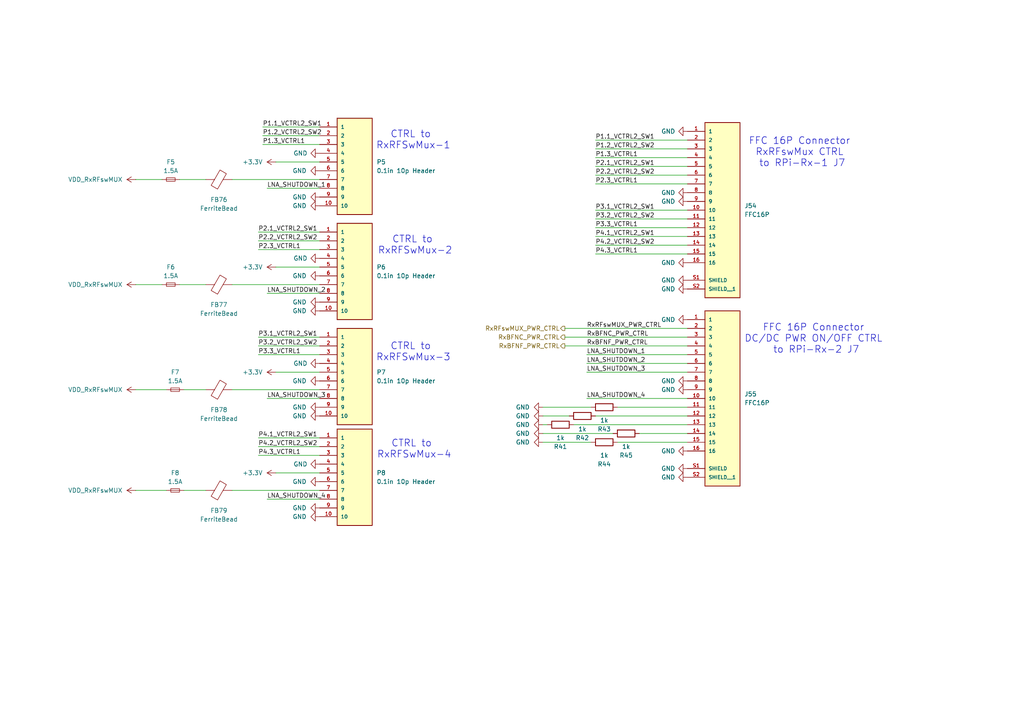
<source format=kicad_sch>
(kicad_sch (version 20231120) (generator "eeschema") (generator_version "8.0")
  (paper "A4")
  (title_block (title "PWR SPLY & Ctrl Connectors for RxRFswMUX & RPi HATs") (date "2024-04-04") (rev "1.0"))
  (lib_symbols
    (symbol "+3.3V_1" (power) (pin_numbers hide) (pin_names (offset 0) hide)
      (property "Value" "+3.3V" (at 0 3.556 0))
      (symbol "+3.3V_1_0_1"
        (polyline (pts (xy -0.762 1.27) (xy 0 2.54)))
        (polyline (pts (xy 0 0) (xy 0 2.54)))
        (polyline (pts (xy 0 2.54) (xy 0.762 1.27)))
      )
      (symbol "+3.3V_1_1_1"
        (pin power_in line (at 0 0 90) (length 0) hide (name "+3.3V") (number "1"))
      )
    )
    (symbol "BCRL_power_supply:5034801600" (pin_names (offset 1.016))
      (property "Reference" "J" (at -5.08 24.13 0))
      (property "Value" "5034801600" (at -5.08 -30.48 0))
      (symbol "5034801600_0_0"
        (rectangle (start -5.08 -27.94) (end 5.08 22.86) (stroke (width 0.254)) (fill (type background)))
        (pin passive line (at -10.16 20.32 0) (length 5.08) (name "1") (number "1"))
        (pin passive line (at -10.16 -2.54 0) (length 5.08) (name "10") (number "10"))
        (pin passive line (at -10.16 -5.08 0) (length 5.08) (name "11") (number "11"))
        (pin passive line (at -10.16 -7.62 0) (length 5.08) (name "12") (number "12"))
        (pin passive line (at -10.16 -10.16 0) (length 5.08) (name "13") (number "13"))
        (pin passive line (at -10.16 -12.7 0) (length 5.08) (name "14") (number "14"))
        (pin passive line (at -10.16 -15.24 0) (length 5.08) (name "15") (number "15"))
        (pin passive line (at -10.16 -17.78 0) (length 5.08) (name "16") (number "16"))
        (pin passive line (at -10.16 17.78 0) (length 5.08) (name "2") (number "2"))
        (pin passive line (at -10.16 15.24 0) (length 5.08) (name "3") (number "3"))
        (pin passive line (at -10.16 12.7 0) (length 5.08) (name "4") (number "4"))
        (pin passive line (at -10.16 10.16 0) (length 5.08) (name "5") (number "5"))
        (pin passive line (at -10.16 7.62 0) (length 5.08) (name "6") (number "6"))
        (pin passive line (at -10.16 5.08 0) (length 5.08) (name "7") (number "7"))
        (pin passive line (at -10.16 2.54 0) (length 5.08) (name "8") (number "8"))
        (pin passive line (at -10.16 0 0) (length 5.08) (name "9") (number "9"))
        (pin passive line (at -10.16 -22.86 0) (length 5.08) (name "SHIELD") (number "S1"))
        (pin passive line (at -10.16 -25.4 0) (length 5.08) (name "SHIELD__1") (number "S2"))
      )
    )
    (symbol "BCRL_power_supply:5104338-1" (pin_names (offset 1.016))
      (property "Reference" "J" (at -5.58 15.24 0))
      (property "Value" "5104338-1" (at -5.08 -15.24 0))
      (symbol "5104338-1_0_0"
        (rectangle (start -5.08 -12.7) (end 5.08 15.24) (stroke (width 0.254)) (fill (type background)))
        (pin passive line (at -10.16 12.7 0) (length 5.08) (name "1") (number "1"))
        (pin passive line (at -10.16 -10.16 0) (length 5.08) (name "10") (number "10"))
        (pin passive line (at -10.16 10.16 0) (length 5.08) (name "2") (number "2"))
        (pin passive line (at -10.16 7.62 0) (length 5.08) (name "3") (number "3"))
        (pin passive line (at -10.16 5.08 0) (length 5.08) (name "4") (number "4"))
        (pin passive line (at -10.16 2.54 0) (length 5.08) (name "5") (number "5"))
        (pin passive line (at -10.16 0 0) (length 5.08) (name "6") (number "6"))
        (pin passive line (at -10.16 -2.54 0) (length 5.08) (name "7") (number "7"))
        (pin passive line (at -10.16 -5.08 0) (length 5.08) (name "8") (number "8"))
        (pin passive line (at -10.16 -7.62 0) (length 5.08) (name "9") (number "9"))
      )
    )
    (symbol "Device:FerriteBead" (pin_numbers hide) (pin_names (offset 0))
      (property "Reference" "FB" (at -3.81 0.635 90))
      (property "Value" "FerriteBead" (at 3.81 0 90))
      (symbol "FerriteBead_0_1"
        (polyline (pts (xy 0 -1.27) (xy 0 -1.2192)))
        (polyline (pts (xy 0 1.27) (xy 0 1.2954)))
        (polyline (pts (xy -2.7686 0.4064) (xy -1.7018 2.2606) (xy 2.7686 -0.3048) (xy 1.6764 -2.159) (xy -2.7686 0.4064)))
      )
      (symbol "FerriteBead_1_1"
        (pin passive line (at 0 3.81 270) (length 2.54) (name "~") (number "1"))
        (pin passive line (at 0 -3.81 90) (length 2.54) (name "~") (number "2"))
      )
    )
    (symbol "Device:Fuse_Small" (pin_numbers hide) (pin_names (offset 0.254) hide)
      (property "Reference" "F" (at 0 -1.524 0))
      (property "Value" "Fuse_Small" (at 0 1.524 0))
      (symbol "Fuse_Small_0_1"
        (rectangle (start -1.27 0.508) (end 1.27 -0.508))
        (polyline (pts (xy -1.27 0) (xy 1.27 0)))
      )
      (symbol "Fuse_Small_1_1"
        (pin passive line (at -2.54 0 0) (length 1.27) (name "~") (number "1"))
        (pin passive line (at 2.54 0 180) (length 1.27) (name "~") (number "2"))
      )
    )
    (symbol "Device:R" (pin_numbers hide) (pin_names (offset 0))
      (property "Reference" "R" (at 2.032 0 90))
      (property "Value" "R" (at 0 0 90))
      (symbol "R_0_1"
        (rectangle (start -1.016 -2.54) (end 1.016 2.54) (stroke (width 0.254)))
      )
      (symbol "R_1_1"
        (pin passive line (at 0 3.81 270) (length 1.27) (name "~") (number "1"))
        (pin passive line (at 0 -3.81 90) (length 1.27) (name "~") (number "2"))
      )
    )
    (symbol "GND_1" (power) (pin_numbers hide) (pin_names (offset 0) hide)
      (property "Value" "GND" (at 0 -3.81 0))
      (symbol "GND_1_0_1"
        (polyline (pts (xy 0 0) (xy 0 -1.27) (xy 1.27 -1.27) (xy 0 -2.54) (xy -1.27 -1.27) (xy 0 -1.27)))
      )
      (symbol "GND_1_1_1"
        (pin power_in line (at 0 0 270) (length 0) hide (name "GND") (number "1"))
      )
    )
    (symbol "GND_2" (power) (pin_numbers hide) (pin_names (offset 0) hide)
      (property "Value" "GND" (at 0 -3.81 0))
      (symbol "GND_2_0_1"
        (polyline (pts (xy 0 0) (xy 0 -1.27) (xy 1.27 -1.27) (xy 0 -2.54) (xy -1.27 -1.27) (xy 0 -1.27)))
      )
      (symbol "GND_2_1_1"
        (pin power_in line (at 0 0 270) (length 0) hide (name "GND") (number "1"))
      )
    )
    (symbol "GND_3" (power) (pin_numbers hide) (pin_names (offset 0) hide)
      (property "Value" "GND" (at 0 -3.81 0))
      (symbol "GND_3_0_1"
        (polyline (pts (xy 0 0) (xy 0 -1.27) (xy 1.27 -1.27) (xy 0 -2.54) (xy -1.27 -1.27) (xy 0 -1.27)))
      )
      (symbol "GND_3_1_1"
        (pin power_in line (at 0 0 270) (length 0) hide (name "GND") (number "1"))
      )
    )
    (symbol "power:VDD" (power) (pin_numbers hide) (pin_names (offset 0) hide)
      (property "Value" "VDD" (at 0 3.556 0))
      (symbol "VDD_0_1"
        (polyline (pts (xy -0.762 1.27) (xy 0 2.54)))
        (polyline (pts (xy 0 0) (xy 0 2.54)))
        (polyline (pts (xy 0 2.54) (xy 0.762 1.27)))
      )
      (symbol "VDD_1_1"
        (pin power_in line (at 0 0 90) (length 0) (name "~") (number "1"))
      )
    )
  )
  (wire (pts (xy 172.72 71.12) (xy 199.39 71.12)))
  (wire (pts (xy 76.2 39.37) (xy 92.71 39.37)))
  (wire (pts (xy 170.18 107.95) (xy 199.39 107.95)))
  (wire (pts (xy 74.93 129.54) (xy 92.71 129.54)))
  (wire (pts (xy 170.18 105.41) (xy 199.39 105.41)))
  (wire (pts (xy 166.37 123.19) (xy 199.39 123.19)))
  (wire (pts (xy 172.72 68.58) (xy 199.39 68.58)))
  (wire (pts (xy 67.31 142.24) (xy 92.71 142.24)))
  (wire (pts (xy 170.18 115.57) (xy 199.39 115.57)))
  (wire (pts (xy 67.31 82.55) (xy 92.71 82.55)))
  (wire (pts (xy 163.83 97.79) (xy 199.39 97.79)))
  (wire (pts (xy 74.93 67.31) (xy 92.71 67.31)))
  (wire (pts (xy 163.83 100.33) (xy 199.39 100.33)))
  (wire (pts (xy 52.07 82.55) (xy 59.69 82.55)))
  (wire (pts (xy 74.93 100.33) (xy 92.71 100.33)))
  (wire (pts (xy 172.72 66.04) (xy 199.39 66.04)))
  (wire (pts (xy 52.07 52.07) (xy 59.69 52.07)))
  (wire (pts (xy 172.72 53.34) (xy 199.39 53.34)))
  (wire (pts (xy 172.72 73.66) (xy 199.39 73.66)))
  (wire (pts (xy 77.47 115.57) (xy 92.71 115.57)))
  (wire (pts (xy 39.37 82.55) (xy 46.99 82.55)))
  (wire (pts (xy 172.72 48.26) (xy 199.39 48.26)))
  (wire (pts (xy 39.37 142.24) (xy 48.26 142.24)))
  (wire (pts (xy 74.93 102.87) (xy 92.71 102.87)))
  (wire (pts (xy 179.07 118.11) (xy 199.39 118.11)))
  (wire (pts (xy 171.45 128.27) (xy 157.48 128.27)))
  (wire (pts (xy 67.31 52.07) (xy 92.71 52.07)))
  (wire (pts (xy 74.93 72.39) (xy 92.71 72.39)))
  (wire (pts (xy 76.2 36.83) (xy 92.71 36.83)))
  (wire (pts (xy 53.34 113.03) (xy 59.69 113.03)))
  (wire (pts (xy 172.72 45.72) (xy 199.39 45.72)))
  (wire (pts (xy 39.37 113.03) (xy 48.26 113.03)))
  (wire (pts (xy 77.47 144.78) (xy 92.71 144.78)))
  (wire (pts (xy 80.01 46.99) (xy 92.71 46.99)))
  (wire (pts (xy 172.72 60.96) (xy 199.39 60.96)))
  (wire (pts (xy 67.31 113.03) (xy 92.71 113.03)))
  (wire (pts (xy 53.34 142.24) (xy 59.69 142.24)))
  (wire (pts (xy 172.72 43.18) (xy 199.39 43.18)))
  (wire (pts (xy 80.01 107.95) (xy 92.71 107.95)))
  (wire (pts (xy 74.93 132.08) (xy 92.71 132.08)))
  (wire (pts (xy 76.2 41.91) (xy 92.71 41.91)))
  (wire (pts (xy 177.8 125.73) (xy 157.48 125.73)))
  (wire (pts (xy 172.72 40.64) (xy 199.39 40.64)))
  (wire (pts (xy 165.1 120.65) (xy 157.48 120.65)))
  (wire (pts (xy 172.72 120.65) (xy 199.39 120.65)))
  (wire (pts (xy 80.01 137.16) (xy 92.71 137.16)))
  (wire (pts (xy 172.72 63.5) (xy 199.39 63.5)))
  (wire (pts (xy 74.93 69.85) (xy 92.71 69.85)))
  (wire (pts (xy 170.18 102.87) (xy 199.39 102.87)))
  (wire (pts (xy 74.93 127) (xy 92.71 127)))
  (wire (pts (xy 163.83 95.25) (xy 199.39 95.25)))
  (wire (pts (xy 158.75 123.19) (xy 157.48 123.19)))
  (wire (pts (xy 77.47 54.61) (xy 92.71 54.61)))
  (wire (pts (xy 171.45 118.11) (xy 157.48 118.11)))
  (wire (pts (xy 80.01 77.47) (xy 92.71 77.47)))
  (wire (pts (xy 77.47 85.09) (xy 92.71 85.09)))
  (wire (pts (xy 185.42 125.73) (xy 199.39 125.73)))
  (wire (pts (xy 179.07 128.27) (xy 199.39 128.27)))
  (wire (pts (xy 74.93 97.79) (xy 92.71 97.79)))
  (wire (pts (xy 39.37 52.07) (xy 46.99 52.07)))
  (wire (pts (xy 172.72 50.8) (xy 199.39 50.8)))
  (text "CTRL to \nRxRFSwMux-1" (at 119.888 40.64 0) (effects (font (size 2 2))))
  (text "CTRL to \nRxRFSwMux-4" (at 120.142 130.302 0) (effects (font (size 2 2))))
  (text "CTRL to \nRxRFSwMux-3" (at 119.888 102.108 0) (effects (font (size 2 2))))
  (text "FFC 16P Connector \nRxRFswMux CTRL \nto RPi-Rx-1 J7" (at 232.664 44.196 0) (effects (font (size 2 2))))
  (text "FFC 16P Connector \nDC/DC PWR ON/OFF CTRL \nto RPi-Rx-2 J7" (at 236.728 98.298 0) (effects (font (size 2 2))))
  (text "CTRL to \nRxRFSwMux-2" (at 120.396 71.12 0) (effects (font (size 2 2))))
  (label "P3.2_VCTRL2_SW2" (at 172.72 63.5 0))
  (label "P3.1_VCTRL2_SW1" (at 74.93 97.79 0))
  (label "P1.2_VCTRL2_SW2" (at 76.2 39.37 0))
  (label "RxBFNC_PWR_CTRL" (at 170.18 97.79 0))
  (label "P1.2_VCTRL2_SW2" (at 172.72 43.18 0))
  (label "RxBFNF_PWR_CTRL" (at 170.18 100.33 0))
  (label "LNA_SHUTDOWN_1" (at 170.18 102.87 0))
  (label "P2.2_VCTRL2_SW2" (at 74.93 69.85 0))
  (label "P3.2_VCTRL2_SW2" (at 74.93 100.33 0))
  (label "P3.3_VCTRL1" (at 172.72 66.04 0))
  (label "P4.2_VCTRL2_SW2" (at 74.93 129.54 0))
  (label "P2.1_VCTRL2_SW1" (at 172.72 48.26 0))
  (label "P2.3_VCTRL1" (at 74.93 72.39 0))
  (label "P4.3_VCTRL1" (at 172.72 73.66 0))
  (label "P1.3_VCTRL1" (at 76.2 41.91 0))
  (label "P4.2_VCTRL2_SW2" (at 172.72 71.12 0))
  (label "LNA_SHUTDOWN_2" (at 77.47 85.09 0))
  (label "P2.1_VCTRL2_SW1" (at 74.93 67.31 0))
  (label "RxRFswMUX_PWR_CTRL" (at 170.18 95.25 0))
  (label "P1.1_VCTRL2_SW1" (at 172.72 40.64 0))
  (label "P4.3_VCTRL1" (at 74.93 132.08 0))
  (label "P2.3_VCTRL1" (at 172.72 53.34 0))
  (label "P2.2_VCTRL2_SW2" (at 172.72 50.8 0))
  (label "P3.3_VCTRL1" (at 74.93 102.87 0))
  (label "LNA_SHUTDOWN_1" (at 77.47 54.61 0))
  (label "LNA_SHUTDOWN_3" (at 170.18 107.95 0))
  (label "LNA_SHUTDOWN_2" (at 170.18 105.41 0))
  (label "P3.1_VCTRL2_SW1" (at 172.72 60.96 0))
  (label "P4.1_VCTRL2_SW1" (at 74.93 127 0))
  (label "P1.1_VCTRL2_SW1" (at 76.2 36.83 0))
  (label "LNA_SHUTDOWN_4" (at 170.18 115.57 0))
  (label "P1.3_VCTRL1" (at 172.72 45.72 0))
  (label "P4.1_VCTRL2_SW1" (at 172.72 68.58 0))
  (label "LNA_SHUTDOWN_4" (at 77.47 144.78 0))
  (label "LNA_SHUTDOWN_3" (at 77.47 115.57 0))
  (hierarchical_label "RxBFNF_PWR_CTRL" (shape output) (at 163.83 100.33 180))
  (hierarchical_label "RxRFswMUX_PWR_CTRL" (shape output) (at 163.83 95.25 180))
  (hierarchical_label "RxBFNC_PWR_CTRL" (shape output) (at 163.83 97.79 180))
  (symbol (lib_id "Device:FerriteBead") (at 63.5 113.03 90) (unit 1)
    (property "Reference" "FB78" (at 63.5 118.872 90))
    (property "Value" "FerriteBead" (at 63.5 121.412 90))
    (property "Footprint" "BCRL_power_supply:BEADC1005X55N" (effects (hide yes)))
    (property "Datasheet" "https://product.tdk.com/system/files/dam/doc/product/emc/emc/suppression-filter/catalog/suppression-filter_commercial_maf1005p_en.pdf" (effects (hide yes)))
    (property "Description" "Ferrite bead 9 mOhm 6A" (effects (hide yes)))
    (property "PN" "MAF1005PAD120CT000" (effects (hide yes)))
    (property "Mfr" "TDK" (effects (hide yes)))
  )
  (symbol (lib_name "GND_1") (lib_id "power:GND") (at 92.71 147.32 270) (unit 1)
    (property "Reference" "#PWR0243" (effects (hide yes)))
    (property "Value" "GND" (at 84.836 147.32 90) (effects (justify left)))
  )
  (symbol (lib_name "GND_2") (lib_id "power:GND") (at 157.48 118.11 270) (mirror x) (unit 1)
    (property "Reference" "#PWR0245" (effects (hide yes)))
    (property "Value" "GND" (at 153.67 118.1101 90) (effects (justify right)))
  )
  (symbol (lib_id "Device:R") (at 168.91 120.65 90) (mirror x) (unit 1)
    (property "Reference" "R42" (at 168.91 127 90))
    (property "Value" "1k" (at 168.91 124.46 90))
    (property "Footprint" "BCRL_power_supply:RESC1608X50N" (effects (hide yes)))
    (property "Datasheet" "https://www.vishay.com/docs/20035/dcrcwe3.pdf" (effects (hide yes)))
    (property "Description" "1/10 W" (effects (hide yes)))
    (property "PN" "CRCW06031K00JNEC" (effects (hide yes)))
    (property "Mfr" "Vishay" (effects (hide yes)))
  )
  (symbol (lib_name "GND_2") (lib_id "power:GND") (at 92.71 105.41 270) (unit 1)
    (property "Reference" "#PWR0237" (effects (hide yes)))
    (property "Value" "GND" (at 85.09 105.41 90) (effects (justify left)))
  )
  (symbol (lib_name "GND_2") (lib_id "power:GND") (at 199.39 110.49 270) (unit 1)
    (property "Reference" "#PWR0257" (effects (hide yes)))
    (property "Value" "GND" (at 191.77 110.49 90) (effects (justify left)))
  )
  (symbol (lib_id "BCRL_power_supply:5034801600") (at 209.55 113.03 0) (unit 1)
    (property "Reference" "J55" (at 215.9 114.3 0) (effects (justify left)))
    (property "Value" "FFC16P" (at 215.9 116.84 0) (effects (justify left)))
    (property "Footprint" "BCRL_power_supply:MOLEX_5034801600" (effects (hide yes)))
    (property "Datasheet" "https://www.molex.com/en-us/products/part-detail/5034801600?display=pdf" (effects (hide yes)))
    (property "Description" "16 pin Flat Flexible Cable Connector" (effects (hide yes)))
    (property "MAXIMUM_PACKAGE_HEIGHT" "1.87 mm" (effects (hide yes)))
    (property "MANUFACTURER" "Molex" (effects (hide yes)))
    (property "PN" "503480-1600" (effects (hide yes)))
    (property "Mfr" "Molex" (effects (hide yes)))
  )
  (symbol (lib_id "BCRL_power_supply:5104338-1") (at 102.87 110.49 0) (unit 1)
    (property "Reference" "P7" (at 109.22 107.95 0) (effects (justify left)))
    (property "Value" "0.1in 10p Header" (at 109.22 110.49 0) (effects (justify left)))
    (property "Footprint" "BCRL_power_supply:TE_5104338-1" (effects (hide yes)))
    (property "Datasheet" "https://www.te.com/commerce/DocumentDelivery/DDEController?Action=srchrtrv&DocNm=5104338&DocType=Customer+Drawing&DocLang=English&PartCntxt=5104338-1&DocFormat=pdf" (effects (hide yes)))
    (property "Description" "2x5 pin Header, PTH, Vertical " (effects (hide yes)))
    (property "PARTREV" "R" (effects (hide yes)))
    (property "MANUFACTURER" "TE" (effects (hide yes)))
    (property "PN" "5104338-1" (effects (hide yes)))
    (property "Mfr" "TE" (effects (hide yes)))
  )
  (symbol (lib_name "GND_1") (lib_id "power:GND") (at 92.71 149.86 270) (unit 1)
    (property "Reference" "#PWR0244" (effects (hide yes)))
    (property "Value" "GND" (at 84.836 149.86 90) (effects (justify left)))
  )
  (symbol (lib_name "GND_3") (lib_id "power:GND") (at 92.71 139.7 270) (unit 1)
    (property "Reference" "#PWR0242" (effects (hide yes)))
    (property "Value" "GND" (at 84.836 139.7 90) (effects (justify left)))
  )
  (symbol (lib_id "BCRL_power_supply:5034801600") (at 209.55 58.42 0) (unit 1)
    (property "Reference" "J54" (at 215.9 59.69 0) (effects (justify left)))
    (property "Value" "FFC16P" (at 215.9 62.23 0) (effects (justify left)))
    (property "Footprint" "BCRL_power_supply:MOLEX_5034801600" (effects (hide yes)))
    (property "Datasheet" "https://www.molex.com/en-us/products/part-detail/5034801600?display=pdf" (effects (hide yes)))
    (property "Description" "16 pin Flat Flexible Cable Connector" (effects (hide yes)))
    (property "MAXIMUM_PACKAGE_HEIGHT" "1.87 mm" (effects (hide yes)))
    (property "MANUFACTURER" "Molex" (effects (hide yes)))
    (property "PN" "503480-1600" (effects (hide yes)))
    (property "Mfr" "Molex" (effects (hide yes)))
  )
  (symbol (lib_id "power:VDD") (at 39.37 113.03 90) (unit 1)
    (property "Reference" "#PWR0223" (effects (hide yes)))
    (property "Value" "VDD_RxRFswMUX" (at 35.56 113.0299 90) (effects (justify left)))
    (property "Description" "Power symbol creates a global label with name \"VDD\"" (effects (hide yes)))
  )
  (symbol (lib_name "+3.3V_1") (lib_id "power:+3.3V") (at 80.01 46.99 90) (unit 1)
    (property "Reference" "#PWR0225" (effects (hide yes)))
    (property "Value" "+3.3V" (at 76.2 46.99 90) (effects (justify left)))
  )
  (symbol (lib_name "GND_1") (lib_id "power:GND") (at 92.71 59.69 270) (unit 1)
    (property "Reference" "#PWR0232" (effects (hide yes)))
    (property "Value" "GND" (at 84.836 59.69 90) (effects (justify left)))
  )
  (symbol (lib_name "+3.3V_1") (lib_id "power:+3.3V") (at 80.01 137.16 90) (unit 1)
    (property "Reference" "#PWR0228" (effects (hide yes)))
    (property "Value" "+3.3V" (at 76.2 137.16 90) (effects (justify left)))
  )
  (symbol (lib_name "GND_2") (lib_id "power:GND") (at 199.39 55.88 270) (unit 1)
    (property "Reference" "#PWR0251" (effects (hide yes)))
    (property "Value" "GND" (at 191.77 55.88 90) (effects (justify left)))
  )
  (symbol (lib_id "Device:Fuse_Small") (at 49.53 82.55 0) (unit 1)
    (property "Reference" "F6" (at 49.53 77.47 0))
    (property "Value" "1.5A" (at 49.53 80.01 0))
    (property "Footprint" "BCRL_power_supply:ERBRE0R50V" (effects (hide yes)))
    (property "Datasheet" "https://www.mouser.ca/datasheet/2/315/AFA0000C7-1025982.pdf" (effects (hide yes)))
    (property "Description" "SMD Fuse 0603" (effects (hide yes)))
    (property "PN" "ERB-RE1R50V" (effects (hide yes)))
    (property "Mfr" "Panasonic" (effects (hide yes)))
  )
  (symbol (lib_name "+3.3V_1") (lib_id "power:+3.3V") (at 80.01 77.47 90) (unit 1)
    (property "Reference" "#PWR0226" (effects (hide yes)))
    (property "Value" "+3.3V" (at 76.2 77.47 90) (effects (justify left)))
  )
  (symbol (lib_name "GND_2") (lib_id "power:GND") (at 199.39 113.03 270) (unit 1)
    (property "Reference" "#PWR0258" (effects (hide yes)))
    (property "Value" "GND" (at 191.77 113.03 90) (effects (justify left)))
  )
  (symbol (lib_name "GND_2") (lib_id "power:GND") (at 157.48 128.27 270) (mirror x) (unit 1)
    (property "Reference" "#PWR0249" (effects (hide yes)))
    (property "Value" "GND" (at 153.67 128.2701 90) (effects (justify right)))
  )
  (symbol (lib_id "Device:Fuse_Small") (at 49.53 52.07 0) (unit 1)
    (property "Reference" "F5" (at 49.53 46.99 0))
    (property "Value" "1.5A" (at 49.53 49.53 0))
    (property "Footprint" "BCRL_power_supply:ERBRE0R50V" (effects (hide yes)))
    (property "Datasheet" "https://www.mouser.ca/datasheet/2/315/AFA0000C7-1025982.pdf" (effects (hide yes)))
    (property "Description" "SMD Fuse 0603" (effects (hide yes)))
    (property "PN" "ERB-RE1R50V" (effects (hide yes)))
    (property "Mfr" "Panasonic" (effects (hide yes)))
  )
  (symbol (lib_id "Device:R") (at 162.56 123.19 90) (mirror x) (unit 1)
    (property "Reference" "R41" (at 162.56 129.54 90))
    (property "Value" "1k" (at 162.56 127 90))
    (property "Footprint" "BCRL_power_supply:RESC1608X50N" (effects (hide yes)))
    (property "Datasheet" "https://www.vishay.com/docs/20035/dcrcwe3.pdf" (effects (hide yes)))
    (property "Description" "1/10 W" (effects (hide yes)))
    (property "PN" "CRCW06031K00JNEC" (effects (hide yes)))
    (property "Mfr" "Vishay" (effects (hide yes)))
  )
  (symbol (lib_name "GND_1") (lib_id "power:GND") (at 92.71 87.63 270) (unit 1)
    (property "Reference" "#PWR0235" (effects (hide yes)))
    (property "Value" "GND" (at 84.836 87.63 90) (effects (justify left)))
  )
  (symbol (lib_name "GND_2") (lib_id "power:GND") (at 92.71 44.45 270) (unit 1)
    (property "Reference" "#PWR0229" (effects (hide yes)))
    (property "Value" "GND" (at 85.09 44.45 90) (effects (justify left)))
  )
  (symbol (lib_name "GND_2") (lib_id "power:GND") (at 92.71 134.62 270) (unit 1)
    (property "Reference" "#PWR0241" (effects (hide yes)))
    (property "Value" "GND" (at 85.09 134.62 90) (effects (justify left)))
  )
  (symbol (lib_name "GND_1") (lib_id "power:GND") (at 92.71 90.17 270) (unit 1)
    (property "Reference" "#PWR0236" (effects (hide yes)))
    (property "Value" "GND" (at 84.836 90.17 90) (effects (justify left)))
  )
  (symbol (lib_id "Device:R") (at 175.26 128.27 90) (mirror x) (unit 1)
    (property "Reference" "R44" (at 175.26 134.62 90))
    (property "Value" "1k" (at 175.26 132.08 90))
    (property "Footprint" "BCRL_power_supply:RESC1608X50N" (effects (hide yes)))
    (property "Datasheet" "https://www.vishay.com/docs/20035/dcrcwe3.pdf" (effects (hide yes)))
    (property "Description" "1/10 W" (effects (hide yes)))
    (property "PN" "CRCW06031K00JNEC" (effects (hide yes)))
    (property "Mfr" "Vishay" (effects (hide yes)))
  )
  (symbol (lib_name "GND_1") (lib_id "power:GND") (at 92.71 120.65 270) (unit 1)
    (property "Reference" "#PWR0240" (effects (hide yes)))
    (property "Value" "GND" (at 84.836 120.65 90) (effects (justify left)))
  )
  (symbol (lib_name "GND_2") (lib_id "power:GND") (at 199.39 38.1 270) (unit 1)
    (property "Reference" "#PWR0250" (effects (hide yes)))
    (property "Value" "GND" (at 191.77 38.1 90) (effects (justify left)))
  )
  (symbol (lib_id "Device:R") (at 175.26 118.11 90) (mirror x) (unit 1)
    (property "Reference" "R43" (at 175.26 124.46 90))
    (property "Value" "1k" (at 175.26 121.92 90))
    (property "Footprint" "BCRL_power_supply:RESC1608X50N" (effects (hide yes)))
    (property "Datasheet" "https://www.vishay.com/docs/20035/dcrcwe3.pdf" (effects (hide yes)))
    (property "Description" "1/10 W" (effects (hide yes)))
    (property "PN" "CRCW06031K00JNEC" (effects (hide yes)))
    (property "Mfr" "Vishay" (effects (hide yes)))
  )
  (symbol (lib_name "GND_2") (lib_id "power:GND") (at 157.48 125.73 270) (mirror x) (unit 1)
    (property "Reference" "#PWR0248" (effects (hide yes)))
    (property "Value" "GND" (at 153.67 125.7301 90) (effects (justify right)))
  )
  (symbol (lib_name "GND_2") (lib_id "power:GND") (at 157.48 120.65 270) (mirror x) (unit 1)
    (property "Reference" "#PWR0246" (effects (hide yes)))
    (property "Value" "GND" (at 153.67 120.6501 90) (effects (justify right)))
  )
  (symbol (lib_id "Device:Fuse_Small") (at 50.8 113.03 0) (unit 1)
    (property "Reference" "F7" (at 50.8 107.95 0))
    (property "Value" "1.5A" (at 50.8 110.49 0))
    (property "Footprint" "BCRL_power_supply:ERBRE0R50V" (effects (hide yes)))
    (property "Datasheet" "https://www.mouser.ca/datasheet/2/315/AFA0000C7-1025982.pdf" (effects (hide yes)))
    (property "Description" "SMD Fuse 0603" (effects (hide yes)))
    (property "PN" "ERB-RE1R50V" (effects (hide yes)))
    (property "Mfr" "Panasonic" (effects (hide yes)))
  )
  (symbol (lib_id "BCRL_power_supply:5104338-1") (at 102.87 49.53 0) (unit 1)
    (property "Reference" "P5" (at 109.22 46.99 0) (effects (justify left)))
    (property "Value" "0.1in 10p Header" (at 109.22 49.53 0) (effects (justify left)))
    (property "Footprint" "BCRL_power_supply:TE_5104338-1" (effects (hide yes)))
    (property "Datasheet" "https://www.te.com/commerce/DocumentDelivery/DDEController?Action=srchrtrv&DocNm=5104338&DocType=Customer+Drawing&DocLang=English&PartCntxt=5104338-1&DocFormat=pdf" (effects (hide yes)))
    (property "Description" "2x5 pin Header, PTH, Vertical " (effects (hide yes)))
    (property "PARTREV" "R" (effects (hide yes)))
    (property "MANUFACTURER" "TE" (effects (hide yes)))
    (property "PN" "5104338-1" (effects (hide yes)))
    (property "Mfr" "TE" (effects (hide yes)))
  )
  (symbol (lib_name "GND_2") (lib_id "power:GND") (at 199.39 76.2 270) (unit 1)
    (property "Reference" "#PWR0253" (effects (hide yes)))
    (property "Value" "GND" (at 191.77 76.2 90) (effects (justify left)))
  )
  (symbol (lib_id "Device:FerriteBead") (at 63.5 52.07 90) (unit 1)
    (property "Reference" "FB76" (at 63.5 57.912 90))
    (property "Value" "FerriteBead" (at 63.5 60.452 90))
    (property "Footprint" "BCRL_power_supply:BEADC1005X55N" (effects (hide yes)))
    (property "Datasheet" "https://product.tdk.com/system/files/dam/doc/product/emc/emc/suppression-filter/catalog/suppression-filter_commercial_maf1005p_en.pdf" (effects (hide yes)))
    (property "Description" "Ferrite bead 9 mOhm 6A" (effects (hide yes)))
    (property "PN" "MAF1005PAD120CT000" (effects (hide yes)))
    (property "Mfr" "TDK" (effects (hide yes)))
  )
  (symbol (lib_id "Device:R") (at 181.61 125.73 90) (mirror x) (unit 1)
    (property "Reference" "R45" (at 181.61 132.08 90))
    (property "Value" "1k" (at 181.61 129.54 90))
    (property "Footprint" "BCRL_power_supply:RESC1608X50N" (effects (hide yes)))
    (property "Datasheet" "https://www.vishay.com/docs/20035/dcrcwe3.pdf" (effects (hide yes)))
    (property "Description" "1/10 W" (effects (hide yes)))
    (property "PN" "CRCW06031K00JNEC" (effects (hide yes)))
    (property "Mfr" "Vishay" (effects (hide yes)))
  )
  (symbol (lib_name "GND_2") (lib_id "power:GND") (at 92.71 74.93 270) (unit 1)
    (property "Reference" "#PWR0233" (effects (hide yes)))
    (property "Value" "GND" (at 85.09 74.93 90) (effects (justify left)))
  )
  (symbol (lib_id "Device:Fuse_Small") (at 50.8 142.24 0) (unit 1)
    (property "Reference" "F8" (at 50.8 137.16 0))
    (property "Value" "1.5A" (at 50.8 139.7 0))
    (property "Footprint" "BCRL_power_supply:ERBRE0R50V" (effects (hide yes)))
    (property "Datasheet" "https://www.mouser.ca/datasheet/2/315/AFA0000C7-1025982.pdf" (effects (hide yes)))
    (property "Description" "SMD Fuse 0603" (effects (hide yes)))
    (property "PN" "ERB-RE1R50V" (effects (hide yes)))
    (property "Mfr" "Panasonic" (effects (hide yes)))
  )
  (symbol (lib_id "BCRL_power_supply:5104338-1") (at 102.87 139.7 0) (unit 1)
    (property "Reference" "P8" (at 109.22 137.16 0) (effects (justify left)))
    (property "Value" "0.1in 10p Header" (at 109.22 139.7 0) (effects (justify left)))
    (property "Footprint" "BCRL_power_supply:TE_5104338-1" (effects (hide yes)))
    (property "Datasheet" "https://www.te.com/commerce/DocumentDelivery/DDEController?Action=srchrtrv&DocNm=5104338&DocType=Customer+Drawing&DocLang=English&PartCntxt=5104338-1&DocFormat=pdf" (effects (hide yes)))
    (property "Description" "2x5 pin Header, PTH, Vertical " (effects (hide yes)))
    (property "PARTREV" "R" (effects (hide yes)))
    (property "MANUFACTURER" "TE" (effects (hide yes)))
    (property "PN" "5104338-1" (effects (hide yes)))
    (property "Mfr" "TE" (effects (hide yes)))
  )
  (symbol (lib_id "power:VDD") (at 39.37 142.24 90) (unit 1)
    (property "Reference" "#PWR0224" (effects (hide yes)))
    (property "Value" "VDD_RxRFswMUX" (at 35.56 142.2399 90) (effects (justify left)))
    (property "Description" "Power symbol creates a global label with name \"VDD\"" (effects (hide yes)))
  )
  (symbol (lib_name "GND_2") (lib_id "power:GND") (at 199.39 92.71 270) (unit 1)
    (property "Reference" "#PWR0256" (effects (hide yes)))
    (property "Value" "GND" (at 191.77 92.71 90) (effects (justify left)))
  )
  (symbol (lib_name "GND_1") (lib_id "power:GND") (at 92.71 118.11 270) (unit 1)
    (property "Reference" "#PWR0239" (effects (hide yes)))
    (property "Value" "GND" (at 84.836 118.11 90) (effects (justify left)))
  )
  (symbol (lib_name "GND_2") (lib_id "power:GND") (at 199.39 58.42 270) (unit 1)
    (property "Reference" "#PWR0252" (effects (hide yes)))
    (property "Value" "GND" (at 191.77 58.42 90) (effects (justify left)))
  )
  (symbol (lib_name "GND_3") (lib_id "power:GND") (at 92.71 110.49 270) (unit 1)
    (property "Reference" "#PWR0238" (effects (hide yes)))
    (property "Value" "GND" (at 84.836 110.49 90) (effects (justify left)))
  )
  (symbol (lib_name "GND_2") (lib_id "power:GND") (at 199.39 83.82 270) (unit 1)
    (property "Reference" "#PWR0255" (effects (hide yes)))
    (property "Value" "GND" (at 191.77 83.82 90) (effects (justify left)))
  )
  (symbol (lib_name "GND_2") (lib_id "power:GND") (at 199.39 81.28 270) (unit 1)
    (property "Reference" "#PWR0254" (effects (hide yes)))
    (property "Value" "GND" (at 191.77 81.28 90) (effects (justify left)))
  )
  (symbol (lib_id "Device:FerriteBead") (at 63.5 82.55 90) (unit 1)
    (property "Reference" "FB77" (at 63.5 88.392 90))
    (property "Value" "FerriteBead" (at 63.5 90.932 90))
    (property "Footprint" "BCRL_power_supply:BEADC1005X55N" (effects (hide yes)))
    (property "Datasheet" "https://product.tdk.com/system/files/dam/doc/product/emc/emc/suppression-filter/catalog/suppression-filter_commercial_maf1005p_en.pdf" (effects (hide yes)))
    (property "Description" "Ferrite bead 9 mOhm 6A" (effects (hide yes)))
    (property "PN" "MAF1005PAD120CT000" (effects (hide yes)))
    (property "Mfr" "TDK" (effects (hide yes)))
  )
  (symbol (lib_name "GND_2") (lib_id "power:GND") (at 199.39 138.43 270) (unit 1)
    (property "Reference" "#PWR0261" (effects (hide yes)))
    (property "Value" "GND" (at 191.77 138.43 90) (effects (justify left)))
  )
  (symbol (lib_id "Device:FerriteBead") (at 63.5 142.24 90) (unit 1)
    (property "Reference" "FB79" (at 63.5 148.082 90))
    (property "Value" "FerriteBead" (at 63.5 150.622 90))
    (property "Footprint" "BCRL_power_supply:BEADC1005X55N" (effects (hide yes)))
    (property "Datasheet" "https://product.tdk.com/system/files/dam/doc/product/emc/emc/suppression-filter/catalog/suppression-filter_commercial_maf1005p_en.pdf" (effects (hide yes)))
    (property "Description" "Ferrite bead 9 mOhm 6A" (effects (hide yes)))
    (property "PN" "MAF1005PAD120CT000" (effects (hide yes)))
    (property "Mfr" "TDK" (effects (hide yes)))
  )
  (symbol (lib_name "GND_3") (lib_id "power:GND") (at 92.71 49.53 270) (unit 1)
    (property "Reference" "#PWR0230" (effects (hide yes)))
    (property "Value" "GND" (at 84.836 49.53 90) (effects (justify left)))
  )
  (symbol (lib_name "GND_2") (lib_id "power:GND") (at 199.39 130.81 270) (unit 1)
    (property "Reference" "#PWR0259" (effects (hide yes)))
    (property "Value" "GND" (at 191.77 130.81 90) (effects (justify left)))
  )
  (symbol (lib_id "BCRL_power_supply:5104338-1") (at 102.87 80.01 0) (unit 1)
    (property "Reference" "P6" (at 109.22 77.47 0) (effects (justify left)))
    (property "Value" "0.1in 10p Header" (at 109.22 80.01 0) (effects (justify left)))
    (property "Footprint" "BCRL_power_supply:TE_5104338-1" (effects (hide yes)))
    (property "Datasheet" "https://www.te.com/commerce/DocumentDelivery/DDEController?Action=srchrtrv&DocNm=5104338&DocType=Customer+Drawing&DocLang=English&PartCntxt=5104338-1&DocFormat=pdf" (effects (hide yes)))
    (property "Description" "2x5 pin Header, PTH, Vertical " (effects (hide yes)))
    (property "PARTREV" "R" (effects (hide yes)))
    (property "MANUFACTURER" "TE" (effects (hide yes)))
    (property "PN" "5104338-1" (effects (hide yes)))
    (property "Mfr" "TE" (effects (hide yes)))
  )
  (symbol (lib_name "GND_2") (lib_id "power:GND") (at 157.48 123.19 270) (mirror x) (unit 1)
    (property "Reference" "#PWR0247" (effects (hide yes)))
    (property "Value" "GND" (at 153.67 123.1901 90) (effects (justify right)))
  )
  (symbol (lib_id "power:VDD") (at 39.37 82.55 90) (unit 1)
    (property "Reference" "#PWR0222" (effects (hide yes)))
    (property "Value" "VDD_RxRFswMUX" (at 35.56 82.5499 90) (effects (justify left)))
    (property "Description" "Power symbol creates a global label with name \"VDD\"" (effects (hide yes)))
  )
  (symbol (lib_id "power:VDD") (at 39.37 52.07 90) (unit 1)
    (property "Reference" "#PWR0221" (effects (hide yes)))
    (property "Value" "VDD_RxRFswMUX" (at 35.56 52.0699 90) (effects (justify left)))
    (property "Description" "Power symbol creates a global label with name \"VDD\"" (effects (hide yes)))
  )
  (symbol (lib_name "GND_1") (lib_id "power:GND") (at 92.71 57.15 270) (unit 1)
    (property "Reference" "#PWR0231" (effects (hide yes)))
    (property "Value" "GND" (at 84.836 57.15 90) (effects (justify left)))
  )
  (symbol (lib_name "+3.3V_1") (lib_id "power:+3.3V") (at 80.01 107.95 90) (unit 1)
    (property "Reference" "#PWR0227" (effects (hide yes)))
    (property "Value" "+3.3V" (at 76.2 107.95 90) (effects (justify left)))
  )
  (symbol (lib_name "GND_2") (lib_id "power:GND") (at 199.39 135.89 270) (unit 1)
    (property "Reference" "#PWR0260" (effects (hide yes)))
    (property "Value" "GND" (at 191.77 135.89 90) (effects (justify left)))
  )
  (symbol (lib_name "GND_3") (lib_id "power:GND") (at 92.71 80.01 270) (unit 1)
    (property "Reference" "#PWR0234" (effects (hide yes)))
    (property "Value" "GND" (at 84.836 80.01 90) (effects (justify left)))
  )
)
</source>
